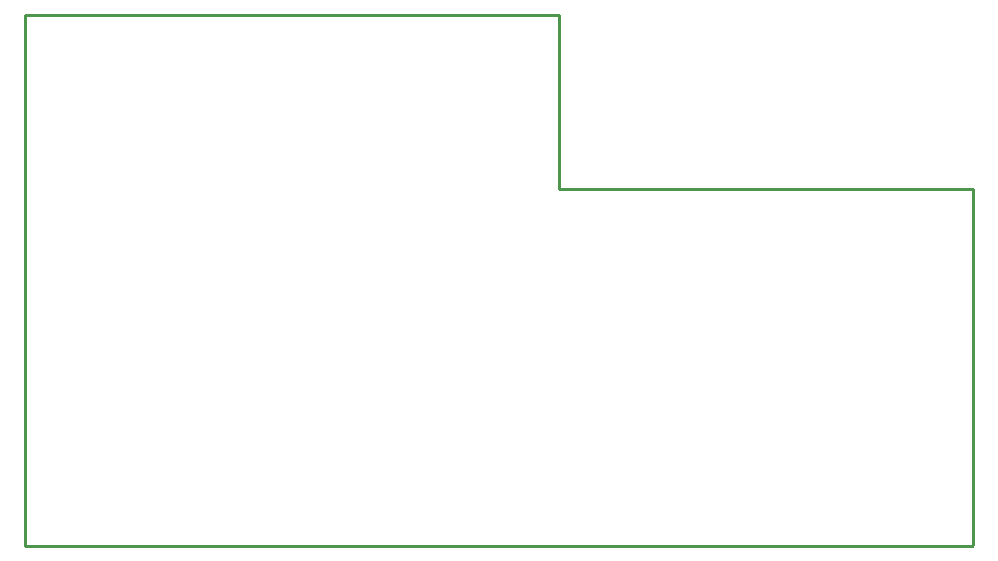
<source format=gko>
G04*
G04 #@! TF.GenerationSoftware,Altium Limited,Altium Designer,20.0.9 (164)*
G04*
G04 Layer_Color=16711935*
%FSLAX25Y25*%
%MOIN*%
G70*
G01*
G75*
%ADD13C,0.01000*%
D13*
X0Y177000D02*
X178000D01*
Y119000D02*
Y177000D01*
Y119000D02*
X316000D01*
Y378D02*
Y119000D01*
X315622Y0D02*
X316000Y378D01*
X0Y0D02*
X315622D01*
X0D02*
Y177000D01*
M02*

</source>
